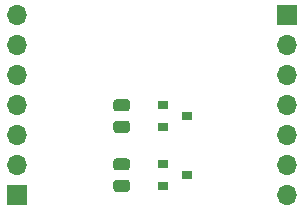
<source format=gbr>
%TF.GenerationSoftware,KiCad,Pcbnew,(5.1.10)-1*%
%TF.CreationDate,2021-06-13T21:16:24+02:00*%
%TF.ProjectId,esp_prog_uart_autoreset,6573705f-7072-46f6-975f-756172745f61,rev?*%
%TF.SameCoordinates,Original*%
%TF.FileFunction,Soldermask,Top*%
%TF.FilePolarity,Negative*%
%FSLAX46Y46*%
G04 Gerber Fmt 4.6, Leading zero omitted, Abs format (unit mm)*
G04 Created by KiCad (PCBNEW (5.1.10)-1) date 2021-06-13 21:16:24*
%MOMM*%
%LPD*%
G01*
G04 APERTURE LIST*
%ADD10R,0.900000X0.800000*%
%ADD11R,1.700000X1.700000*%
%ADD12O,1.700000X1.700000*%
G04 APERTURE END LIST*
%TO.C,R2*%
G36*
G01*
X143900002Y-101425000D02*
X142999998Y-101425000D01*
G75*
G02*
X142750000Y-101175002I0J249998D01*
G01*
X142750000Y-100649998D01*
G75*
G02*
X142999998Y-100400000I249998J0D01*
G01*
X143900002Y-100400000D01*
G75*
G02*
X144150000Y-100649998I0J-249998D01*
G01*
X144150000Y-101175002D01*
G75*
G02*
X143900002Y-101425000I-249998J0D01*
G01*
G37*
G36*
G01*
X143900002Y-99600000D02*
X142999998Y-99600000D01*
G75*
G02*
X142750000Y-99350002I0J249998D01*
G01*
X142750000Y-98824998D01*
G75*
G02*
X142999998Y-98575000I249998J0D01*
G01*
X143900002Y-98575000D01*
G75*
G02*
X144150000Y-98824998I0J-249998D01*
G01*
X144150000Y-99350002D01*
G75*
G02*
X143900002Y-99600000I-249998J0D01*
G01*
G37*
%TD*%
%TO.C,R1*%
G36*
G01*
X142999998Y-103575000D02*
X143900002Y-103575000D01*
G75*
G02*
X144150000Y-103824998I0J-249998D01*
G01*
X144150000Y-104350002D01*
G75*
G02*
X143900002Y-104600000I-249998J0D01*
G01*
X142999998Y-104600000D01*
G75*
G02*
X142750000Y-104350002I0J249998D01*
G01*
X142750000Y-103824998D01*
G75*
G02*
X142999998Y-103575000I249998J0D01*
G01*
G37*
G36*
G01*
X142999998Y-105400000D02*
X143900002Y-105400000D01*
G75*
G02*
X144150000Y-105649998I0J-249998D01*
G01*
X144150000Y-106175002D01*
G75*
G02*
X143900002Y-106425000I-249998J0D01*
G01*
X142999998Y-106425000D01*
G75*
G02*
X142750000Y-106175002I0J249998D01*
G01*
X142750000Y-105649998D01*
G75*
G02*
X142999998Y-105400000I249998J0D01*
G01*
G37*
%TD*%
D10*
%TO.C,Q2*%
X148950000Y-105000000D03*
X146950000Y-105950000D03*
X146950000Y-104050000D03*
%TD*%
%TO.C,Q1*%
X146950000Y-99050000D03*
X146950000Y-100950000D03*
X148950000Y-100000000D03*
%TD*%
D11*
%TO.C,J2*%
X157480000Y-91440000D03*
D12*
X157480000Y-93980000D03*
X157480000Y-96520000D03*
X157480000Y-99060000D03*
X157480000Y-101600000D03*
X157480000Y-104140000D03*
X157480000Y-106680000D03*
%TD*%
D11*
%TO.C,J1*%
X134620000Y-106680000D03*
D12*
X134620000Y-104140000D03*
X134620000Y-101600000D03*
X134620000Y-99060000D03*
X134620000Y-96520000D03*
X134620000Y-93980000D03*
X134620000Y-91440000D03*
%TD*%
M02*

</source>
